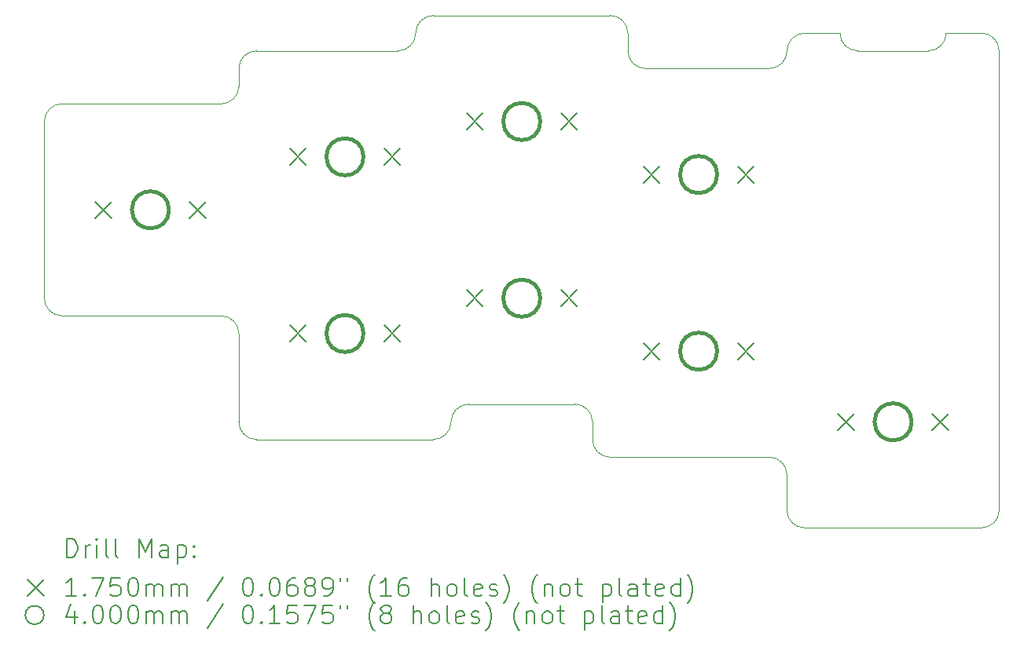
<source format=gbr>
%TF.GenerationSoftware,KiCad,Pcbnew,7.0.2*%
%TF.CreationDate,2023-09-16T14:45:10-04:00*%
%TF.ProjectId,j-artsey-v1,6a2d6172-7473-4657-992d-76312e6b6963,rev?*%
%TF.SameCoordinates,Original*%
%TF.FileFunction,Drillmap*%
%TF.FilePolarity,Positive*%
%FSLAX45Y45*%
G04 Gerber Fmt 4.5, Leading zero omitted, Abs format (unit mm)*
G04 Created by KiCad (PCBNEW 7.0.2) date 2023-09-16 14:45:10*
%MOMM*%
%LPD*%
G01*
G04 APERTURE LIST*
%ADD10C,0.100000*%
%ADD11C,0.200000*%
%ADD12C,0.175000*%
%ADD13C,0.400000*%
G04 APERTURE END LIST*
D10*
X13144500Y-8191500D02*
X13144500Y-8953500D01*
X16954500Y-9334500D02*
X16954500Y-9144000D01*
X13335000Y-5143500D02*
X13525500Y-5143500D01*
X15240000Y-9334500D02*
G75*
G03*
X15430500Y-9144000I0J190500D01*
G01*
X11430000Y-8001000D02*
X12954000Y-8001000D01*
X17335500Y-4953000D02*
X17335500Y-5143500D01*
X16954500Y-4762500D02*
X17145000Y-4762500D01*
X11239500Y-5715000D02*
G75*
G03*
X11049000Y-5905500I0J-190500D01*
G01*
X21145500Y-10287000D02*
G75*
G03*
X21336000Y-10096500I0J190500D01*
G01*
X12954000Y-5715000D02*
X11430000Y-5715000D01*
X20574000Y-5143500D02*
G75*
G03*
X20764500Y-4953000I0J190500D01*
G01*
X16954500Y-9334500D02*
G75*
G03*
X17145000Y-9525000I190500J0D01*
G01*
X11430000Y-8001000D02*
X11239500Y-8001000D01*
X21336000Y-5143500D02*
G75*
G03*
X21145500Y-4953000I-190500J0D01*
G01*
X11049000Y-7810500D02*
G75*
G03*
X11239500Y-8001000I190500J0D01*
G01*
X18859500Y-5334000D02*
G75*
G03*
X19050000Y-5143500I0J190500D01*
G01*
X19240500Y-10287000D02*
X21145500Y-10287000D01*
X15240000Y-4762500D02*
X15430500Y-4762500D01*
X19050000Y-10096500D02*
X19050000Y-9906000D01*
X11239500Y-5715000D02*
X11430000Y-5715000D01*
X13525500Y-9334500D02*
X13335000Y-9334500D01*
X19621500Y-4953000D02*
G75*
G03*
X19812000Y-5143500I190500J0D01*
G01*
X19050000Y-10096500D02*
G75*
G03*
X19240500Y-10287000I190500J0D01*
G01*
X17526000Y-5334000D02*
X18859500Y-5334000D01*
X13335000Y-5143500D02*
G75*
G03*
X13144500Y-5334000I0J-190500D01*
G01*
X17335500Y-4953000D02*
G75*
G03*
X17145000Y-4762500I-190500J0D01*
G01*
X15240000Y-9334500D02*
X15049500Y-9334500D01*
X17335500Y-9525000D02*
X17145000Y-9525000D01*
X21336000Y-9906000D02*
X21336000Y-10096500D01*
X11049000Y-6096000D02*
X11049000Y-5905500D01*
X11049000Y-6096000D02*
X11049000Y-7620000D01*
X17335500Y-5143500D02*
G75*
G03*
X17526000Y-5334000I190500J0D01*
G01*
X15621000Y-8953500D02*
G75*
G03*
X15430500Y-9144000I0J-190500D01*
G01*
X16954500Y-9144000D02*
G75*
G03*
X16764000Y-8953500I-190500J0D01*
G01*
X12954000Y-5715000D02*
G75*
G03*
X13144500Y-5524500I0J190500D01*
G01*
X17335500Y-9525000D02*
X18859500Y-9525000D01*
X13144500Y-5524500D02*
X13144500Y-5334000D01*
X11049000Y-7810500D02*
X11049000Y-7620000D01*
X19240500Y-4953000D02*
G75*
G03*
X19050000Y-5143500I0J-190500D01*
G01*
X14859000Y-5143500D02*
X13525500Y-5143500D01*
X21145500Y-4953000D02*
X20764500Y-4953000D01*
X19050000Y-9715500D02*
X19050000Y-9906000D01*
X15240000Y-4762500D02*
G75*
G03*
X15049500Y-4953000I0J-190500D01*
G01*
X13144500Y-9144000D02*
X13144500Y-8953500D01*
X13144500Y-9144000D02*
G75*
G03*
X13335000Y-9334500I190500J0D01*
G01*
X20574000Y-5143500D02*
X19812000Y-5143500D01*
X19050000Y-9715500D02*
G75*
G03*
X18859500Y-9525000I-190500J0D01*
G01*
X21336000Y-5143500D02*
X21336000Y-9906000D01*
X13144500Y-8191500D02*
G75*
G03*
X12954000Y-8001000I-190500J0D01*
G01*
X13525500Y-9334500D02*
X15049500Y-9334500D01*
X19240500Y-4953000D02*
X19621500Y-4953000D01*
X15621000Y-8953500D02*
X16764000Y-8953500D01*
X16954500Y-4762500D02*
X15430500Y-4762500D01*
X14859000Y-5143500D02*
G75*
G03*
X15049500Y-4953000I0J190500D01*
G01*
D11*
D12*
X11596500Y-6770500D02*
X11771500Y-6945500D01*
X11771500Y-6770500D02*
X11596500Y-6945500D01*
X12612500Y-6770500D02*
X12787500Y-6945500D01*
X12787500Y-6770500D02*
X12612500Y-6945500D01*
X13692000Y-6199000D02*
X13867000Y-6374000D01*
X13867000Y-6199000D02*
X13692000Y-6374000D01*
X13692000Y-8104000D02*
X13867000Y-8279000D01*
X13867000Y-8104000D02*
X13692000Y-8279000D01*
X14708000Y-6199000D02*
X14883000Y-6374000D01*
X14883000Y-6199000D02*
X14708000Y-6374000D01*
X14708000Y-8104000D02*
X14883000Y-8279000D01*
X14883000Y-8104000D02*
X14708000Y-8279000D01*
X15597000Y-5818000D02*
X15772000Y-5993000D01*
X15772000Y-5818000D02*
X15597000Y-5993000D01*
X15597000Y-7723000D02*
X15772000Y-7898000D01*
X15772000Y-7723000D02*
X15597000Y-7898000D01*
X16613000Y-5818000D02*
X16788000Y-5993000D01*
X16788000Y-5818000D02*
X16613000Y-5993000D01*
X16613000Y-7723000D02*
X16788000Y-7898000D01*
X16788000Y-7723000D02*
X16613000Y-7898000D01*
X17502000Y-6389500D02*
X17677000Y-6564500D01*
X17677000Y-6389500D02*
X17502000Y-6564500D01*
X17502000Y-8294500D02*
X17677000Y-8469500D01*
X17677000Y-8294500D02*
X17502000Y-8469500D01*
X18518000Y-6389500D02*
X18693000Y-6564500D01*
X18693000Y-6389500D02*
X18518000Y-6564500D01*
X18518000Y-8294500D02*
X18693000Y-8469500D01*
X18693000Y-8294500D02*
X18518000Y-8469500D01*
X19597500Y-9056500D02*
X19772500Y-9231500D01*
X19772500Y-9056500D02*
X19597500Y-9231500D01*
X20613500Y-9056500D02*
X20788500Y-9231500D01*
X20788500Y-9056500D02*
X20613500Y-9231500D01*
D13*
X12392000Y-6858000D02*
G75*
G03*
X12392000Y-6858000I-200000J0D01*
G01*
X14487500Y-6286500D02*
G75*
G03*
X14487500Y-6286500I-200000J0D01*
G01*
X14487500Y-8191500D02*
G75*
G03*
X14487500Y-8191500I-200000J0D01*
G01*
X16392500Y-5905500D02*
G75*
G03*
X16392500Y-5905500I-200000J0D01*
G01*
X16392500Y-7810500D02*
G75*
G03*
X16392500Y-7810500I-200000J0D01*
G01*
X18297500Y-6477000D02*
G75*
G03*
X18297500Y-6477000I-200000J0D01*
G01*
X18297500Y-8382000D02*
G75*
G03*
X18297500Y-8382000I-200000J0D01*
G01*
X20393000Y-9144000D02*
G75*
G03*
X20393000Y-9144000I-200000J0D01*
G01*
D11*
X11291619Y-10604524D02*
X11291619Y-10404524D01*
X11291619Y-10404524D02*
X11339238Y-10404524D01*
X11339238Y-10404524D02*
X11367809Y-10414048D01*
X11367809Y-10414048D02*
X11386857Y-10433095D01*
X11386857Y-10433095D02*
X11396381Y-10452143D01*
X11396381Y-10452143D02*
X11405905Y-10490238D01*
X11405905Y-10490238D02*
X11405905Y-10518810D01*
X11405905Y-10518810D02*
X11396381Y-10556905D01*
X11396381Y-10556905D02*
X11386857Y-10575952D01*
X11386857Y-10575952D02*
X11367809Y-10595000D01*
X11367809Y-10595000D02*
X11339238Y-10604524D01*
X11339238Y-10604524D02*
X11291619Y-10604524D01*
X11491619Y-10604524D02*
X11491619Y-10471190D01*
X11491619Y-10509286D02*
X11501143Y-10490238D01*
X11501143Y-10490238D02*
X11510667Y-10480714D01*
X11510667Y-10480714D02*
X11529714Y-10471190D01*
X11529714Y-10471190D02*
X11548762Y-10471190D01*
X11615428Y-10604524D02*
X11615428Y-10471190D01*
X11615428Y-10404524D02*
X11605905Y-10414048D01*
X11605905Y-10414048D02*
X11615428Y-10423571D01*
X11615428Y-10423571D02*
X11624952Y-10414048D01*
X11624952Y-10414048D02*
X11615428Y-10404524D01*
X11615428Y-10404524D02*
X11615428Y-10423571D01*
X11739238Y-10604524D02*
X11720190Y-10595000D01*
X11720190Y-10595000D02*
X11710667Y-10575952D01*
X11710667Y-10575952D02*
X11710667Y-10404524D01*
X11844000Y-10604524D02*
X11824952Y-10595000D01*
X11824952Y-10595000D02*
X11815428Y-10575952D01*
X11815428Y-10575952D02*
X11815428Y-10404524D01*
X12072571Y-10604524D02*
X12072571Y-10404524D01*
X12072571Y-10404524D02*
X12139238Y-10547381D01*
X12139238Y-10547381D02*
X12205905Y-10404524D01*
X12205905Y-10404524D02*
X12205905Y-10604524D01*
X12386857Y-10604524D02*
X12386857Y-10499762D01*
X12386857Y-10499762D02*
X12377333Y-10480714D01*
X12377333Y-10480714D02*
X12358286Y-10471190D01*
X12358286Y-10471190D02*
X12320190Y-10471190D01*
X12320190Y-10471190D02*
X12301143Y-10480714D01*
X12386857Y-10595000D02*
X12367809Y-10604524D01*
X12367809Y-10604524D02*
X12320190Y-10604524D01*
X12320190Y-10604524D02*
X12301143Y-10595000D01*
X12301143Y-10595000D02*
X12291619Y-10575952D01*
X12291619Y-10575952D02*
X12291619Y-10556905D01*
X12291619Y-10556905D02*
X12301143Y-10537857D01*
X12301143Y-10537857D02*
X12320190Y-10528333D01*
X12320190Y-10528333D02*
X12367809Y-10528333D01*
X12367809Y-10528333D02*
X12386857Y-10518810D01*
X12482095Y-10471190D02*
X12482095Y-10671190D01*
X12482095Y-10480714D02*
X12501143Y-10471190D01*
X12501143Y-10471190D02*
X12539238Y-10471190D01*
X12539238Y-10471190D02*
X12558286Y-10480714D01*
X12558286Y-10480714D02*
X12567809Y-10490238D01*
X12567809Y-10490238D02*
X12577333Y-10509286D01*
X12577333Y-10509286D02*
X12577333Y-10566429D01*
X12577333Y-10566429D02*
X12567809Y-10585476D01*
X12567809Y-10585476D02*
X12558286Y-10595000D01*
X12558286Y-10595000D02*
X12539238Y-10604524D01*
X12539238Y-10604524D02*
X12501143Y-10604524D01*
X12501143Y-10604524D02*
X12482095Y-10595000D01*
X12663048Y-10585476D02*
X12672571Y-10595000D01*
X12672571Y-10595000D02*
X12663048Y-10604524D01*
X12663048Y-10604524D02*
X12653524Y-10595000D01*
X12653524Y-10595000D02*
X12663048Y-10585476D01*
X12663048Y-10585476D02*
X12663048Y-10604524D01*
X12663048Y-10480714D02*
X12672571Y-10490238D01*
X12672571Y-10490238D02*
X12663048Y-10499762D01*
X12663048Y-10499762D02*
X12653524Y-10490238D01*
X12653524Y-10490238D02*
X12663048Y-10480714D01*
X12663048Y-10480714D02*
X12663048Y-10499762D01*
D12*
X10869000Y-10844500D02*
X11044000Y-11019500D01*
X11044000Y-10844500D02*
X10869000Y-11019500D01*
D11*
X11396381Y-11024524D02*
X11282095Y-11024524D01*
X11339238Y-11024524D02*
X11339238Y-10824524D01*
X11339238Y-10824524D02*
X11320190Y-10853095D01*
X11320190Y-10853095D02*
X11301143Y-10872143D01*
X11301143Y-10872143D02*
X11282095Y-10881667D01*
X11482095Y-11005476D02*
X11491619Y-11015000D01*
X11491619Y-11015000D02*
X11482095Y-11024524D01*
X11482095Y-11024524D02*
X11472571Y-11015000D01*
X11472571Y-11015000D02*
X11482095Y-11005476D01*
X11482095Y-11005476D02*
X11482095Y-11024524D01*
X11558286Y-10824524D02*
X11691619Y-10824524D01*
X11691619Y-10824524D02*
X11605905Y-11024524D01*
X11863048Y-10824524D02*
X11767809Y-10824524D01*
X11767809Y-10824524D02*
X11758286Y-10919762D01*
X11758286Y-10919762D02*
X11767809Y-10910238D01*
X11767809Y-10910238D02*
X11786857Y-10900714D01*
X11786857Y-10900714D02*
X11834476Y-10900714D01*
X11834476Y-10900714D02*
X11853524Y-10910238D01*
X11853524Y-10910238D02*
X11863048Y-10919762D01*
X11863048Y-10919762D02*
X11872571Y-10938810D01*
X11872571Y-10938810D02*
X11872571Y-10986429D01*
X11872571Y-10986429D02*
X11863048Y-11005476D01*
X11863048Y-11005476D02*
X11853524Y-11015000D01*
X11853524Y-11015000D02*
X11834476Y-11024524D01*
X11834476Y-11024524D02*
X11786857Y-11024524D01*
X11786857Y-11024524D02*
X11767809Y-11015000D01*
X11767809Y-11015000D02*
X11758286Y-11005476D01*
X11996381Y-10824524D02*
X12015429Y-10824524D01*
X12015429Y-10824524D02*
X12034476Y-10834048D01*
X12034476Y-10834048D02*
X12044000Y-10843571D01*
X12044000Y-10843571D02*
X12053524Y-10862619D01*
X12053524Y-10862619D02*
X12063048Y-10900714D01*
X12063048Y-10900714D02*
X12063048Y-10948333D01*
X12063048Y-10948333D02*
X12053524Y-10986429D01*
X12053524Y-10986429D02*
X12044000Y-11005476D01*
X12044000Y-11005476D02*
X12034476Y-11015000D01*
X12034476Y-11015000D02*
X12015429Y-11024524D01*
X12015429Y-11024524D02*
X11996381Y-11024524D01*
X11996381Y-11024524D02*
X11977333Y-11015000D01*
X11977333Y-11015000D02*
X11967809Y-11005476D01*
X11967809Y-11005476D02*
X11958286Y-10986429D01*
X11958286Y-10986429D02*
X11948762Y-10948333D01*
X11948762Y-10948333D02*
X11948762Y-10900714D01*
X11948762Y-10900714D02*
X11958286Y-10862619D01*
X11958286Y-10862619D02*
X11967809Y-10843571D01*
X11967809Y-10843571D02*
X11977333Y-10834048D01*
X11977333Y-10834048D02*
X11996381Y-10824524D01*
X12148762Y-11024524D02*
X12148762Y-10891190D01*
X12148762Y-10910238D02*
X12158286Y-10900714D01*
X12158286Y-10900714D02*
X12177333Y-10891190D01*
X12177333Y-10891190D02*
X12205905Y-10891190D01*
X12205905Y-10891190D02*
X12224952Y-10900714D01*
X12224952Y-10900714D02*
X12234476Y-10919762D01*
X12234476Y-10919762D02*
X12234476Y-11024524D01*
X12234476Y-10919762D02*
X12244000Y-10900714D01*
X12244000Y-10900714D02*
X12263048Y-10891190D01*
X12263048Y-10891190D02*
X12291619Y-10891190D01*
X12291619Y-10891190D02*
X12310667Y-10900714D01*
X12310667Y-10900714D02*
X12320190Y-10919762D01*
X12320190Y-10919762D02*
X12320190Y-11024524D01*
X12415429Y-11024524D02*
X12415429Y-10891190D01*
X12415429Y-10910238D02*
X12424952Y-10900714D01*
X12424952Y-10900714D02*
X12444000Y-10891190D01*
X12444000Y-10891190D02*
X12472571Y-10891190D01*
X12472571Y-10891190D02*
X12491619Y-10900714D01*
X12491619Y-10900714D02*
X12501143Y-10919762D01*
X12501143Y-10919762D02*
X12501143Y-11024524D01*
X12501143Y-10919762D02*
X12510667Y-10900714D01*
X12510667Y-10900714D02*
X12529714Y-10891190D01*
X12529714Y-10891190D02*
X12558286Y-10891190D01*
X12558286Y-10891190D02*
X12577333Y-10900714D01*
X12577333Y-10900714D02*
X12586857Y-10919762D01*
X12586857Y-10919762D02*
X12586857Y-11024524D01*
X12977333Y-10815000D02*
X12805905Y-11072143D01*
X13234476Y-10824524D02*
X13253524Y-10824524D01*
X13253524Y-10824524D02*
X13272572Y-10834048D01*
X13272572Y-10834048D02*
X13282095Y-10843571D01*
X13282095Y-10843571D02*
X13291619Y-10862619D01*
X13291619Y-10862619D02*
X13301143Y-10900714D01*
X13301143Y-10900714D02*
X13301143Y-10948333D01*
X13301143Y-10948333D02*
X13291619Y-10986429D01*
X13291619Y-10986429D02*
X13282095Y-11005476D01*
X13282095Y-11005476D02*
X13272572Y-11015000D01*
X13272572Y-11015000D02*
X13253524Y-11024524D01*
X13253524Y-11024524D02*
X13234476Y-11024524D01*
X13234476Y-11024524D02*
X13215429Y-11015000D01*
X13215429Y-11015000D02*
X13205905Y-11005476D01*
X13205905Y-11005476D02*
X13196381Y-10986429D01*
X13196381Y-10986429D02*
X13186857Y-10948333D01*
X13186857Y-10948333D02*
X13186857Y-10900714D01*
X13186857Y-10900714D02*
X13196381Y-10862619D01*
X13196381Y-10862619D02*
X13205905Y-10843571D01*
X13205905Y-10843571D02*
X13215429Y-10834048D01*
X13215429Y-10834048D02*
X13234476Y-10824524D01*
X13386857Y-11005476D02*
X13396381Y-11015000D01*
X13396381Y-11015000D02*
X13386857Y-11024524D01*
X13386857Y-11024524D02*
X13377333Y-11015000D01*
X13377333Y-11015000D02*
X13386857Y-11005476D01*
X13386857Y-11005476D02*
X13386857Y-11024524D01*
X13520191Y-10824524D02*
X13539238Y-10824524D01*
X13539238Y-10824524D02*
X13558286Y-10834048D01*
X13558286Y-10834048D02*
X13567810Y-10843571D01*
X13567810Y-10843571D02*
X13577333Y-10862619D01*
X13577333Y-10862619D02*
X13586857Y-10900714D01*
X13586857Y-10900714D02*
X13586857Y-10948333D01*
X13586857Y-10948333D02*
X13577333Y-10986429D01*
X13577333Y-10986429D02*
X13567810Y-11005476D01*
X13567810Y-11005476D02*
X13558286Y-11015000D01*
X13558286Y-11015000D02*
X13539238Y-11024524D01*
X13539238Y-11024524D02*
X13520191Y-11024524D01*
X13520191Y-11024524D02*
X13501143Y-11015000D01*
X13501143Y-11015000D02*
X13491619Y-11005476D01*
X13491619Y-11005476D02*
X13482095Y-10986429D01*
X13482095Y-10986429D02*
X13472572Y-10948333D01*
X13472572Y-10948333D02*
X13472572Y-10900714D01*
X13472572Y-10900714D02*
X13482095Y-10862619D01*
X13482095Y-10862619D02*
X13491619Y-10843571D01*
X13491619Y-10843571D02*
X13501143Y-10834048D01*
X13501143Y-10834048D02*
X13520191Y-10824524D01*
X13758286Y-10824524D02*
X13720191Y-10824524D01*
X13720191Y-10824524D02*
X13701143Y-10834048D01*
X13701143Y-10834048D02*
X13691619Y-10843571D01*
X13691619Y-10843571D02*
X13672572Y-10872143D01*
X13672572Y-10872143D02*
X13663048Y-10910238D01*
X13663048Y-10910238D02*
X13663048Y-10986429D01*
X13663048Y-10986429D02*
X13672572Y-11005476D01*
X13672572Y-11005476D02*
X13682095Y-11015000D01*
X13682095Y-11015000D02*
X13701143Y-11024524D01*
X13701143Y-11024524D02*
X13739238Y-11024524D01*
X13739238Y-11024524D02*
X13758286Y-11015000D01*
X13758286Y-11015000D02*
X13767810Y-11005476D01*
X13767810Y-11005476D02*
X13777333Y-10986429D01*
X13777333Y-10986429D02*
X13777333Y-10938810D01*
X13777333Y-10938810D02*
X13767810Y-10919762D01*
X13767810Y-10919762D02*
X13758286Y-10910238D01*
X13758286Y-10910238D02*
X13739238Y-10900714D01*
X13739238Y-10900714D02*
X13701143Y-10900714D01*
X13701143Y-10900714D02*
X13682095Y-10910238D01*
X13682095Y-10910238D02*
X13672572Y-10919762D01*
X13672572Y-10919762D02*
X13663048Y-10938810D01*
X13891619Y-10910238D02*
X13872572Y-10900714D01*
X13872572Y-10900714D02*
X13863048Y-10891190D01*
X13863048Y-10891190D02*
X13853524Y-10872143D01*
X13853524Y-10872143D02*
X13853524Y-10862619D01*
X13853524Y-10862619D02*
X13863048Y-10843571D01*
X13863048Y-10843571D02*
X13872572Y-10834048D01*
X13872572Y-10834048D02*
X13891619Y-10824524D01*
X13891619Y-10824524D02*
X13929714Y-10824524D01*
X13929714Y-10824524D02*
X13948762Y-10834048D01*
X13948762Y-10834048D02*
X13958286Y-10843571D01*
X13958286Y-10843571D02*
X13967810Y-10862619D01*
X13967810Y-10862619D02*
X13967810Y-10872143D01*
X13967810Y-10872143D02*
X13958286Y-10891190D01*
X13958286Y-10891190D02*
X13948762Y-10900714D01*
X13948762Y-10900714D02*
X13929714Y-10910238D01*
X13929714Y-10910238D02*
X13891619Y-10910238D01*
X13891619Y-10910238D02*
X13872572Y-10919762D01*
X13872572Y-10919762D02*
X13863048Y-10929286D01*
X13863048Y-10929286D02*
X13853524Y-10948333D01*
X13853524Y-10948333D02*
X13853524Y-10986429D01*
X13853524Y-10986429D02*
X13863048Y-11005476D01*
X13863048Y-11005476D02*
X13872572Y-11015000D01*
X13872572Y-11015000D02*
X13891619Y-11024524D01*
X13891619Y-11024524D02*
X13929714Y-11024524D01*
X13929714Y-11024524D02*
X13948762Y-11015000D01*
X13948762Y-11015000D02*
X13958286Y-11005476D01*
X13958286Y-11005476D02*
X13967810Y-10986429D01*
X13967810Y-10986429D02*
X13967810Y-10948333D01*
X13967810Y-10948333D02*
X13958286Y-10929286D01*
X13958286Y-10929286D02*
X13948762Y-10919762D01*
X13948762Y-10919762D02*
X13929714Y-10910238D01*
X14063048Y-11024524D02*
X14101143Y-11024524D01*
X14101143Y-11024524D02*
X14120191Y-11015000D01*
X14120191Y-11015000D02*
X14129714Y-11005476D01*
X14129714Y-11005476D02*
X14148762Y-10976905D01*
X14148762Y-10976905D02*
X14158286Y-10938810D01*
X14158286Y-10938810D02*
X14158286Y-10862619D01*
X14158286Y-10862619D02*
X14148762Y-10843571D01*
X14148762Y-10843571D02*
X14139238Y-10834048D01*
X14139238Y-10834048D02*
X14120191Y-10824524D01*
X14120191Y-10824524D02*
X14082095Y-10824524D01*
X14082095Y-10824524D02*
X14063048Y-10834048D01*
X14063048Y-10834048D02*
X14053524Y-10843571D01*
X14053524Y-10843571D02*
X14044000Y-10862619D01*
X14044000Y-10862619D02*
X14044000Y-10910238D01*
X14044000Y-10910238D02*
X14053524Y-10929286D01*
X14053524Y-10929286D02*
X14063048Y-10938810D01*
X14063048Y-10938810D02*
X14082095Y-10948333D01*
X14082095Y-10948333D02*
X14120191Y-10948333D01*
X14120191Y-10948333D02*
X14139238Y-10938810D01*
X14139238Y-10938810D02*
X14148762Y-10929286D01*
X14148762Y-10929286D02*
X14158286Y-10910238D01*
X14234476Y-10824524D02*
X14234476Y-10862619D01*
X14310667Y-10824524D02*
X14310667Y-10862619D01*
X14605905Y-11100714D02*
X14596381Y-11091190D01*
X14596381Y-11091190D02*
X14577334Y-11062619D01*
X14577334Y-11062619D02*
X14567810Y-11043571D01*
X14567810Y-11043571D02*
X14558286Y-11015000D01*
X14558286Y-11015000D02*
X14548762Y-10967381D01*
X14548762Y-10967381D02*
X14548762Y-10929286D01*
X14548762Y-10929286D02*
X14558286Y-10881667D01*
X14558286Y-10881667D02*
X14567810Y-10853095D01*
X14567810Y-10853095D02*
X14577334Y-10834048D01*
X14577334Y-10834048D02*
X14596381Y-10805476D01*
X14596381Y-10805476D02*
X14605905Y-10795952D01*
X14786857Y-11024524D02*
X14672572Y-11024524D01*
X14729714Y-11024524D02*
X14729714Y-10824524D01*
X14729714Y-10824524D02*
X14710667Y-10853095D01*
X14710667Y-10853095D02*
X14691619Y-10872143D01*
X14691619Y-10872143D02*
X14672572Y-10881667D01*
X14958286Y-10824524D02*
X14920191Y-10824524D01*
X14920191Y-10824524D02*
X14901143Y-10834048D01*
X14901143Y-10834048D02*
X14891619Y-10843571D01*
X14891619Y-10843571D02*
X14872572Y-10872143D01*
X14872572Y-10872143D02*
X14863048Y-10910238D01*
X14863048Y-10910238D02*
X14863048Y-10986429D01*
X14863048Y-10986429D02*
X14872572Y-11005476D01*
X14872572Y-11005476D02*
X14882095Y-11015000D01*
X14882095Y-11015000D02*
X14901143Y-11024524D01*
X14901143Y-11024524D02*
X14939238Y-11024524D01*
X14939238Y-11024524D02*
X14958286Y-11015000D01*
X14958286Y-11015000D02*
X14967810Y-11005476D01*
X14967810Y-11005476D02*
X14977334Y-10986429D01*
X14977334Y-10986429D02*
X14977334Y-10938810D01*
X14977334Y-10938810D02*
X14967810Y-10919762D01*
X14967810Y-10919762D02*
X14958286Y-10910238D01*
X14958286Y-10910238D02*
X14939238Y-10900714D01*
X14939238Y-10900714D02*
X14901143Y-10900714D01*
X14901143Y-10900714D02*
X14882095Y-10910238D01*
X14882095Y-10910238D02*
X14872572Y-10919762D01*
X14872572Y-10919762D02*
X14863048Y-10938810D01*
X15215429Y-11024524D02*
X15215429Y-10824524D01*
X15301143Y-11024524D02*
X15301143Y-10919762D01*
X15301143Y-10919762D02*
X15291619Y-10900714D01*
X15291619Y-10900714D02*
X15272572Y-10891190D01*
X15272572Y-10891190D02*
X15244000Y-10891190D01*
X15244000Y-10891190D02*
X15224953Y-10900714D01*
X15224953Y-10900714D02*
X15215429Y-10910238D01*
X15424953Y-11024524D02*
X15405905Y-11015000D01*
X15405905Y-11015000D02*
X15396381Y-11005476D01*
X15396381Y-11005476D02*
X15386857Y-10986429D01*
X15386857Y-10986429D02*
X15386857Y-10929286D01*
X15386857Y-10929286D02*
X15396381Y-10910238D01*
X15396381Y-10910238D02*
X15405905Y-10900714D01*
X15405905Y-10900714D02*
X15424953Y-10891190D01*
X15424953Y-10891190D02*
X15453524Y-10891190D01*
X15453524Y-10891190D02*
X15472572Y-10900714D01*
X15472572Y-10900714D02*
X15482096Y-10910238D01*
X15482096Y-10910238D02*
X15491619Y-10929286D01*
X15491619Y-10929286D02*
X15491619Y-10986429D01*
X15491619Y-10986429D02*
X15482096Y-11005476D01*
X15482096Y-11005476D02*
X15472572Y-11015000D01*
X15472572Y-11015000D02*
X15453524Y-11024524D01*
X15453524Y-11024524D02*
X15424953Y-11024524D01*
X15605905Y-11024524D02*
X15586857Y-11015000D01*
X15586857Y-11015000D02*
X15577334Y-10995952D01*
X15577334Y-10995952D02*
X15577334Y-10824524D01*
X15758286Y-11015000D02*
X15739238Y-11024524D01*
X15739238Y-11024524D02*
X15701143Y-11024524D01*
X15701143Y-11024524D02*
X15682096Y-11015000D01*
X15682096Y-11015000D02*
X15672572Y-10995952D01*
X15672572Y-10995952D02*
X15672572Y-10919762D01*
X15672572Y-10919762D02*
X15682096Y-10900714D01*
X15682096Y-10900714D02*
X15701143Y-10891190D01*
X15701143Y-10891190D02*
X15739238Y-10891190D01*
X15739238Y-10891190D02*
X15758286Y-10900714D01*
X15758286Y-10900714D02*
X15767810Y-10919762D01*
X15767810Y-10919762D02*
X15767810Y-10938810D01*
X15767810Y-10938810D02*
X15672572Y-10957857D01*
X15844000Y-11015000D02*
X15863048Y-11024524D01*
X15863048Y-11024524D02*
X15901143Y-11024524D01*
X15901143Y-11024524D02*
X15920191Y-11015000D01*
X15920191Y-11015000D02*
X15929715Y-10995952D01*
X15929715Y-10995952D02*
X15929715Y-10986429D01*
X15929715Y-10986429D02*
X15920191Y-10967381D01*
X15920191Y-10967381D02*
X15901143Y-10957857D01*
X15901143Y-10957857D02*
X15872572Y-10957857D01*
X15872572Y-10957857D02*
X15853524Y-10948333D01*
X15853524Y-10948333D02*
X15844000Y-10929286D01*
X15844000Y-10929286D02*
X15844000Y-10919762D01*
X15844000Y-10919762D02*
X15853524Y-10900714D01*
X15853524Y-10900714D02*
X15872572Y-10891190D01*
X15872572Y-10891190D02*
X15901143Y-10891190D01*
X15901143Y-10891190D02*
X15920191Y-10900714D01*
X15996381Y-11100714D02*
X16005905Y-11091190D01*
X16005905Y-11091190D02*
X16024953Y-11062619D01*
X16024953Y-11062619D02*
X16034477Y-11043571D01*
X16034477Y-11043571D02*
X16044000Y-11015000D01*
X16044000Y-11015000D02*
X16053524Y-10967381D01*
X16053524Y-10967381D02*
X16053524Y-10929286D01*
X16053524Y-10929286D02*
X16044000Y-10881667D01*
X16044000Y-10881667D02*
X16034477Y-10853095D01*
X16034477Y-10853095D02*
X16024953Y-10834048D01*
X16024953Y-10834048D02*
X16005905Y-10805476D01*
X16005905Y-10805476D02*
X15996381Y-10795952D01*
X16358286Y-11100714D02*
X16348762Y-11091190D01*
X16348762Y-11091190D02*
X16329715Y-11062619D01*
X16329715Y-11062619D02*
X16320191Y-11043571D01*
X16320191Y-11043571D02*
X16310667Y-11015000D01*
X16310667Y-11015000D02*
X16301143Y-10967381D01*
X16301143Y-10967381D02*
X16301143Y-10929286D01*
X16301143Y-10929286D02*
X16310667Y-10881667D01*
X16310667Y-10881667D02*
X16320191Y-10853095D01*
X16320191Y-10853095D02*
X16329715Y-10834048D01*
X16329715Y-10834048D02*
X16348762Y-10805476D01*
X16348762Y-10805476D02*
X16358286Y-10795952D01*
X16434477Y-10891190D02*
X16434477Y-11024524D01*
X16434477Y-10910238D02*
X16444000Y-10900714D01*
X16444000Y-10900714D02*
X16463048Y-10891190D01*
X16463048Y-10891190D02*
X16491619Y-10891190D01*
X16491619Y-10891190D02*
X16510667Y-10900714D01*
X16510667Y-10900714D02*
X16520191Y-10919762D01*
X16520191Y-10919762D02*
X16520191Y-11024524D01*
X16644000Y-11024524D02*
X16624953Y-11015000D01*
X16624953Y-11015000D02*
X16615429Y-11005476D01*
X16615429Y-11005476D02*
X16605905Y-10986429D01*
X16605905Y-10986429D02*
X16605905Y-10929286D01*
X16605905Y-10929286D02*
X16615429Y-10910238D01*
X16615429Y-10910238D02*
X16624953Y-10900714D01*
X16624953Y-10900714D02*
X16644000Y-10891190D01*
X16644000Y-10891190D02*
X16672572Y-10891190D01*
X16672572Y-10891190D02*
X16691619Y-10900714D01*
X16691619Y-10900714D02*
X16701143Y-10910238D01*
X16701143Y-10910238D02*
X16710667Y-10929286D01*
X16710667Y-10929286D02*
X16710667Y-10986429D01*
X16710667Y-10986429D02*
X16701143Y-11005476D01*
X16701143Y-11005476D02*
X16691619Y-11015000D01*
X16691619Y-11015000D02*
X16672572Y-11024524D01*
X16672572Y-11024524D02*
X16644000Y-11024524D01*
X16767810Y-10891190D02*
X16844000Y-10891190D01*
X16796381Y-10824524D02*
X16796381Y-10995952D01*
X16796381Y-10995952D02*
X16805905Y-11015000D01*
X16805905Y-11015000D02*
X16824953Y-11024524D01*
X16824953Y-11024524D02*
X16844000Y-11024524D01*
X17063048Y-10891190D02*
X17063048Y-11091190D01*
X17063048Y-10900714D02*
X17082096Y-10891190D01*
X17082096Y-10891190D02*
X17120191Y-10891190D01*
X17120191Y-10891190D02*
X17139239Y-10900714D01*
X17139239Y-10900714D02*
X17148762Y-10910238D01*
X17148762Y-10910238D02*
X17158286Y-10929286D01*
X17158286Y-10929286D02*
X17158286Y-10986429D01*
X17158286Y-10986429D02*
X17148762Y-11005476D01*
X17148762Y-11005476D02*
X17139239Y-11015000D01*
X17139239Y-11015000D02*
X17120191Y-11024524D01*
X17120191Y-11024524D02*
X17082096Y-11024524D01*
X17082096Y-11024524D02*
X17063048Y-11015000D01*
X17272572Y-11024524D02*
X17253524Y-11015000D01*
X17253524Y-11015000D02*
X17244001Y-10995952D01*
X17244001Y-10995952D02*
X17244001Y-10824524D01*
X17434477Y-11024524D02*
X17434477Y-10919762D01*
X17434477Y-10919762D02*
X17424953Y-10900714D01*
X17424953Y-10900714D02*
X17405905Y-10891190D01*
X17405905Y-10891190D02*
X17367810Y-10891190D01*
X17367810Y-10891190D02*
X17348762Y-10900714D01*
X17434477Y-11015000D02*
X17415429Y-11024524D01*
X17415429Y-11024524D02*
X17367810Y-11024524D01*
X17367810Y-11024524D02*
X17348762Y-11015000D01*
X17348762Y-11015000D02*
X17339239Y-10995952D01*
X17339239Y-10995952D02*
X17339239Y-10976905D01*
X17339239Y-10976905D02*
X17348762Y-10957857D01*
X17348762Y-10957857D02*
X17367810Y-10948333D01*
X17367810Y-10948333D02*
X17415429Y-10948333D01*
X17415429Y-10948333D02*
X17434477Y-10938810D01*
X17501143Y-10891190D02*
X17577334Y-10891190D01*
X17529715Y-10824524D02*
X17529715Y-10995952D01*
X17529715Y-10995952D02*
X17539239Y-11015000D01*
X17539239Y-11015000D02*
X17558286Y-11024524D01*
X17558286Y-11024524D02*
X17577334Y-11024524D01*
X17720191Y-11015000D02*
X17701143Y-11024524D01*
X17701143Y-11024524D02*
X17663048Y-11024524D01*
X17663048Y-11024524D02*
X17644001Y-11015000D01*
X17644001Y-11015000D02*
X17634477Y-10995952D01*
X17634477Y-10995952D02*
X17634477Y-10919762D01*
X17634477Y-10919762D02*
X17644001Y-10900714D01*
X17644001Y-10900714D02*
X17663048Y-10891190D01*
X17663048Y-10891190D02*
X17701143Y-10891190D01*
X17701143Y-10891190D02*
X17720191Y-10900714D01*
X17720191Y-10900714D02*
X17729715Y-10919762D01*
X17729715Y-10919762D02*
X17729715Y-10938810D01*
X17729715Y-10938810D02*
X17634477Y-10957857D01*
X17901143Y-11024524D02*
X17901143Y-10824524D01*
X17901143Y-11015000D02*
X17882096Y-11024524D01*
X17882096Y-11024524D02*
X17844001Y-11024524D01*
X17844001Y-11024524D02*
X17824953Y-11015000D01*
X17824953Y-11015000D02*
X17815429Y-11005476D01*
X17815429Y-11005476D02*
X17805905Y-10986429D01*
X17805905Y-10986429D02*
X17805905Y-10929286D01*
X17805905Y-10929286D02*
X17815429Y-10910238D01*
X17815429Y-10910238D02*
X17824953Y-10900714D01*
X17824953Y-10900714D02*
X17844001Y-10891190D01*
X17844001Y-10891190D02*
X17882096Y-10891190D01*
X17882096Y-10891190D02*
X17901143Y-10900714D01*
X17977334Y-11100714D02*
X17986858Y-11091190D01*
X17986858Y-11091190D02*
X18005905Y-11062619D01*
X18005905Y-11062619D02*
X18015429Y-11043571D01*
X18015429Y-11043571D02*
X18024953Y-11015000D01*
X18024953Y-11015000D02*
X18034477Y-10967381D01*
X18034477Y-10967381D02*
X18034477Y-10929286D01*
X18034477Y-10929286D02*
X18024953Y-10881667D01*
X18024953Y-10881667D02*
X18015429Y-10853095D01*
X18015429Y-10853095D02*
X18005905Y-10834048D01*
X18005905Y-10834048D02*
X17986858Y-10805476D01*
X17986858Y-10805476D02*
X17977334Y-10795952D01*
X11044000Y-11227000D02*
G75*
G03*
X11044000Y-11227000I-100000J0D01*
G01*
X11377333Y-11186190D02*
X11377333Y-11319524D01*
X11329714Y-11110000D02*
X11282095Y-11252857D01*
X11282095Y-11252857D02*
X11405905Y-11252857D01*
X11482095Y-11300476D02*
X11491619Y-11310000D01*
X11491619Y-11310000D02*
X11482095Y-11319524D01*
X11482095Y-11319524D02*
X11472571Y-11310000D01*
X11472571Y-11310000D02*
X11482095Y-11300476D01*
X11482095Y-11300476D02*
X11482095Y-11319524D01*
X11615428Y-11119524D02*
X11634476Y-11119524D01*
X11634476Y-11119524D02*
X11653524Y-11129048D01*
X11653524Y-11129048D02*
X11663048Y-11138571D01*
X11663048Y-11138571D02*
X11672571Y-11157619D01*
X11672571Y-11157619D02*
X11682095Y-11195714D01*
X11682095Y-11195714D02*
X11682095Y-11243333D01*
X11682095Y-11243333D02*
X11672571Y-11281428D01*
X11672571Y-11281428D02*
X11663048Y-11300476D01*
X11663048Y-11300476D02*
X11653524Y-11310000D01*
X11653524Y-11310000D02*
X11634476Y-11319524D01*
X11634476Y-11319524D02*
X11615428Y-11319524D01*
X11615428Y-11319524D02*
X11596381Y-11310000D01*
X11596381Y-11310000D02*
X11586857Y-11300476D01*
X11586857Y-11300476D02*
X11577333Y-11281428D01*
X11577333Y-11281428D02*
X11567809Y-11243333D01*
X11567809Y-11243333D02*
X11567809Y-11195714D01*
X11567809Y-11195714D02*
X11577333Y-11157619D01*
X11577333Y-11157619D02*
X11586857Y-11138571D01*
X11586857Y-11138571D02*
X11596381Y-11129048D01*
X11596381Y-11129048D02*
X11615428Y-11119524D01*
X11805905Y-11119524D02*
X11824952Y-11119524D01*
X11824952Y-11119524D02*
X11844000Y-11129048D01*
X11844000Y-11129048D02*
X11853524Y-11138571D01*
X11853524Y-11138571D02*
X11863048Y-11157619D01*
X11863048Y-11157619D02*
X11872571Y-11195714D01*
X11872571Y-11195714D02*
X11872571Y-11243333D01*
X11872571Y-11243333D02*
X11863048Y-11281428D01*
X11863048Y-11281428D02*
X11853524Y-11300476D01*
X11853524Y-11300476D02*
X11844000Y-11310000D01*
X11844000Y-11310000D02*
X11824952Y-11319524D01*
X11824952Y-11319524D02*
X11805905Y-11319524D01*
X11805905Y-11319524D02*
X11786857Y-11310000D01*
X11786857Y-11310000D02*
X11777333Y-11300476D01*
X11777333Y-11300476D02*
X11767809Y-11281428D01*
X11767809Y-11281428D02*
X11758286Y-11243333D01*
X11758286Y-11243333D02*
X11758286Y-11195714D01*
X11758286Y-11195714D02*
X11767809Y-11157619D01*
X11767809Y-11157619D02*
X11777333Y-11138571D01*
X11777333Y-11138571D02*
X11786857Y-11129048D01*
X11786857Y-11129048D02*
X11805905Y-11119524D01*
X11996381Y-11119524D02*
X12015429Y-11119524D01*
X12015429Y-11119524D02*
X12034476Y-11129048D01*
X12034476Y-11129048D02*
X12044000Y-11138571D01*
X12044000Y-11138571D02*
X12053524Y-11157619D01*
X12053524Y-11157619D02*
X12063048Y-11195714D01*
X12063048Y-11195714D02*
X12063048Y-11243333D01*
X12063048Y-11243333D02*
X12053524Y-11281428D01*
X12053524Y-11281428D02*
X12044000Y-11300476D01*
X12044000Y-11300476D02*
X12034476Y-11310000D01*
X12034476Y-11310000D02*
X12015429Y-11319524D01*
X12015429Y-11319524D02*
X11996381Y-11319524D01*
X11996381Y-11319524D02*
X11977333Y-11310000D01*
X11977333Y-11310000D02*
X11967809Y-11300476D01*
X11967809Y-11300476D02*
X11958286Y-11281428D01*
X11958286Y-11281428D02*
X11948762Y-11243333D01*
X11948762Y-11243333D02*
X11948762Y-11195714D01*
X11948762Y-11195714D02*
X11958286Y-11157619D01*
X11958286Y-11157619D02*
X11967809Y-11138571D01*
X11967809Y-11138571D02*
X11977333Y-11129048D01*
X11977333Y-11129048D02*
X11996381Y-11119524D01*
X12148762Y-11319524D02*
X12148762Y-11186190D01*
X12148762Y-11205238D02*
X12158286Y-11195714D01*
X12158286Y-11195714D02*
X12177333Y-11186190D01*
X12177333Y-11186190D02*
X12205905Y-11186190D01*
X12205905Y-11186190D02*
X12224952Y-11195714D01*
X12224952Y-11195714D02*
X12234476Y-11214762D01*
X12234476Y-11214762D02*
X12234476Y-11319524D01*
X12234476Y-11214762D02*
X12244000Y-11195714D01*
X12244000Y-11195714D02*
X12263048Y-11186190D01*
X12263048Y-11186190D02*
X12291619Y-11186190D01*
X12291619Y-11186190D02*
X12310667Y-11195714D01*
X12310667Y-11195714D02*
X12320190Y-11214762D01*
X12320190Y-11214762D02*
X12320190Y-11319524D01*
X12415429Y-11319524D02*
X12415429Y-11186190D01*
X12415429Y-11205238D02*
X12424952Y-11195714D01*
X12424952Y-11195714D02*
X12444000Y-11186190D01*
X12444000Y-11186190D02*
X12472571Y-11186190D01*
X12472571Y-11186190D02*
X12491619Y-11195714D01*
X12491619Y-11195714D02*
X12501143Y-11214762D01*
X12501143Y-11214762D02*
X12501143Y-11319524D01*
X12501143Y-11214762D02*
X12510667Y-11195714D01*
X12510667Y-11195714D02*
X12529714Y-11186190D01*
X12529714Y-11186190D02*
X12558286Y-11186190D01*
X12558286Y-11186190D02*
X12577333Y-11195714D01*
X12577333Y-11195714D02*
X12586857Y-11214762D01*
X12586857Y-11214762D02*
X12586857Y-11319524D01*
X12977333Y-11110000D02*
X12805905Y-11367143D01*
X13234476Y-11119524D02*
X13253524Y-11119524D01*
X13253524Y-11119524D02*
X13272572Y-11129048D01*
X13272572Y-11129048D02*
X13282095Y-11138571D01*
X13282095Y-11138571D02*
X13291619Y-11157619D01*
X13291619Y-11157619D02*
X13301143Y-11195714D01*
X13301143Y-11195714D02*
X13301143Y-11243333D01*
X13301143Y-11243333D02*
X13291619Y-11281428D01*
X13291619Y-11281428D02*
X13282095Y-11300476D01*
X13282095Y-11300476D02*
X13272572Y-11310000D01*
X13272572Y-11310000D02*
X13253524Y-11319524D01*
X13253524Y-11319524D02*
X13234476Y-11319524D01*
X13234476Y-11319524D02*
X13215429Y-11310000D01*
X13215429Y-11310000D02*
X13205905Y-11300476D01*
X13205905Y-11300476D02*
X13196381Y-11281428D01*
X13196381Y-11281428D02*
X13186857Y-11243333D01*
X13186857Y-11243333D02*
X13186857Y-11195714D01*
X13186857Y-11195714D02*
X13196381Y-11157619D01*
X13196381Y-11157619D02*
X13205905Y-11138571D01*
X13205905Y-11138571D02*
X13215429Y-11129048D01*
X13215429Y-11129048D02*
X13234476Y-11119524D01*
X13386857Y-11300476D02*
X13396381Y-11310000D01*
X13396381Y-11310000D02*
X13386857Y-11319524D01*
X13386857Y-11319524D02*
X13377333Y-11310000D01*
X13377333Y-11310000D02*
X13386857Y-11300476D01*
X13386857Y-11300476D02*
X13386857Y-11319524D01*
X13586857Y-11319524D02*
X13472572Y-11319524D01*
X13529714Y-11319524D02*
X13529714Y-11119524D01*
X13529714Y-11119524D02*
X13510667Y-11148095D01*
X13510667Y-11148095D02*
X13491619Y-11167143D01*
X13491619Y-11167143D02*
X13472572Y-11176667D01*
X13767810Y-11119524D02*
X13672572Y-11119524D01*
X13672572Y-11119524D02*
X13663048Y-11214762D01*
X13663048Y-11214762D02*
X13672572Y-11205238D01*
X13672572Y-11205238D02*
X13691619Y-11195714D01*
X13691619Y-11195714D02*
X13739238Y-11195714D01*
X13739238Y-11195714D02*
X13758286Y-11205238D01*
X13758286Y-11205238D02*
X13767810Y-11214762D01*
X13767810Y-11214762D02*
X13777333Y-11233809D01*
X13777333Y-11233809D02*
X13777333Y-11281428D01*
X13777333Y-11281428D02*
X13767810Y-11300476D01*
X13767810Y-11300476D02*
X13758286Y-11310000D01*
X13758286Y-11310000D02*
X13739238Y-11319524D01*
X13739238Y-11319524D02*
X13691619Y-11319524D01*
X13691619Y-11319524D02*
X13672572Y-11310000D01*
X13672572Y-11310000D02*
X13663048Y-11300476D01*
X13844000Y-11119524D02*
X13977333Y-11119524D01*
X13977333Y-11119524D02*
X13891619Y-11319524D01*
X14148762Y-11119524D02*
X14053524Y-11119524D01*
X14053524Y-11119524D02*
X14044000Y-11214762D01*
X14044000Y-11214762D02*
X14053524Y-11205238D01*
X14053524Y-11205238D02*
X14072572Y-11195714D01*
X14072572Y-11195714D02*
X14120191Y-11195714D01*
X14120191Y-11195714D02*
X14139238Y-11205238D01*
X14139238Y-11205238D02*
X14148762Y-11214762D01*
X14148762Y-11214762D02*
X14158286Y-11233809D01*
X14158286Y-11233809D02*
X14158286Y-11281428D01*
X14158286Y-11281428D02*
X14148762Y-11300476D01*
X14148762Y-11300476D02*
X14139238Y-11310000D01*
X14139238Y-11310000D02*
X14120191Y-11319524D01*
X14120191Y-11319524D02*
X14072572Y-11319524D01*
X14072572Y-11319524D02*
X14053524Y-11310000D01*
X14053524Y-11310000D02*
X14044000Y-11300476D01*
X14234476Y-11119524D02*
X14234476Y-11157619D01*
X14310667Y-11119524D02*
X14310667Y-11157619D01*
X14605905Y-11395714D02*
X14596381Y-11386190D01*
X14596381Y-11386190D02*
X14577334Y-11357619D01*
X14577334Y-11357619D02*
X14567810Y-11338571D01*
X14567810Y-11338571D02*
X14558286Y-11310000D01*
X14558286Y-11310000D02*
X14548762Y-11262381D01*
X14548762Y-11262381D02*
X14548762Y-11224286D01*
X14548762Y-11224286D02*
X14558286Y-11176667D01*
X14558286Y-11176667D02*
X14567810Y-11148095D01*
X14567810Y-11148095D02*
X14577334Y-11129048D01*
X14577334Y-11129048D02*
X14596381Y-11100476D01*
X14596381Y-11100476D02*
X14605905Y-11090952D01*
X14710667Y-11205238D02*
X14691619Y-11195714D01*
X14691619Y-11195714D02*
X14682095Y-11186190D01*
X14682095Y-11186190D02*
X14672572Y-11167143D01*
X14672572Y-11167143D02*
X14672572Y-11157619D01*
X14672572Y-11157619D02*
X14682095Y-11138571D01*
X14682095Y-11138571D02*
X14691619Y-11129048D01*
X14691619Y-11129048D02*
X14710667Y-11119524D01*
X14710667Y-11119524D02*
X14748762Y-11119524D01*
X14748762Y-11119524D02*
X14767810Y-11129048D01*
X14767810Y-11129048D02*
X14777334Y-11138571D01*
X14777334Y-11138571D02*
X14786857Y-11157619D01*
X14786857Y-11157619D02*
X14786857Y-11167143D01*
X14786857Y-11167143D02*
X14777334Y-11186190D01*
X14777334Y-11186190D02*
X14767810Y-11195714D01*
X14767810Y-11195714D02*
X14748762Y-11205238D01*
X14748762Y-11205238D02*
X14710667Y-11205238D01*
X14710667Y-11205238D02*
X14691619Y-11214762D01*
X14691619Y-11214762D02*
X14682095Y-11224286D01*
X14682095Y-11224286D02*
X14672572Y-11243333D01*
X14672572Y-11243333D02*
X14672572Y-11281428D01*
X14672572Y-11281428D02*
X14682095Y-11300476D01*
X14682095Y-11300476D02*
X14691619Y-11310000D01*
X14691619Y-11310000D02*
X14710667Y-11319524D01*
X14710667Y-11319524D02*
X14748762Y-11319524D01*
X14748762Y-11319524D02*
X14767810Y-11310000D01*
X14767810Y-11310000D02*
X14777334Y-11300476D01*
X14777334Y-11300476D02*
X14786857Y-11281428D01*
X14786857Y-11281428D02*
X14786857Y-11243333D01*
X14786857Y-11243333D02*
X14777334Y-11224286D01*
X14777334Y-11224286D02*
X14767810Y-11214762D01*
X14767810Y-11214762D02*
X14748762Y-11205238D01*
X15024953Y-11319524D02*
X15024953Y-11119524D01*
X15110667Y-11319524D02*
X15110667Y-11214762D01*
X15110667Y-11214762D02*
X15101143Y-11195714D01*
X15101143Y-11195714D02*
X15082096Y-11186190D01*
X15082096Y-11186190D02*
X15053524Y-11186190D01*
X15053524Y-11186190D02*
X15034476Y-11195714D01*
X15034476Y-11195714D02*
X15024953Y-11205238D01*
X15234476Y-11319524D02*
X15215429Y-11310000D01*
X15215429Y-11310000D02*
X15205905Y-11300476D01*
X15205905Y-11300476D02*
X15196381Y-11281428D01*
X15196381Y-11281428D02*
X15196381Y-11224286D01*
X15196381Y-11224286D02*
X15205905Y-11205238D01*
X15205905Y-11205238D02*
X15215429Y-11195714D01*
X15215429Y-11195714D02*
X15234476Y-11186190D01*
X15234476Y-11186190D02*
X15263048Y-11186190D01*
X15263048Y-11186190D02*
X15282096Y-11195714D01*
X15282096Y-11195714D02*
X15291619Y-11205238D01*
X15291619Y-11205238D02*
X15301143Y-11224286D01*
X15301143Y-11224286D02*
X15301143Y-11281428D01*
X15301143Y-11281428D02*
X15291619Y-11300476D01*
X15291619Y-11300476D02*
X15282096Y-11310000D01*
X15282096Y-11310000D02*
X15263048Y-11319524D01*
X15263048Y-11319524D02*
X15234476Y-11319524D01*
X15415429Y-11319524D02*
X15396381Y-11310000D01*
X15396381Y-11310000D02*
X15386857Y-11290952D01*
X15386857Y-11290952D02*
X15386857Y-11119524D01*
X15567810Y-11310000D02*
X15548762Y-11319524D01*
X15548762Y-11319524D02*
X15510667Y-11319524D01*
X15510667Y-11319524D02*
X15491619Y-11310000D01*
X15491619Y-11310000D02*
X15482096Y-11290952D01*
X15482096Y-11290952D02*
X15482096Y-11214762D01*
X15482096Y-11214762D02*
X15491619Y-11195714D01*
X15491619Y-11195714D02*
X15510667Y-11186190D01*
X15510667Y-11186190D02*
X15548762Y-11186190D01*
X15548762Y-11186190D02*
X15567810Y-11195714D01*
X15567810Y-11195714D02*
X15577334Y-11214762D01*
X15577334Y-11214762D02*
X15577334Y-11233809D01*
X15577334Y-11233809D02*
X15482096Y-11252857D01*
X15653524Y-11310000D02*
X15672572Y-11319524D01*
X15672572Y-11319524D02*
X15710667Y-11319524D01*
X15710667Y-11319524D02*
X15729715Y-11310000D01*
X15729715Y-11310000D02*
X15739238Y-11290952D01*
X15739238Y-11290952D02*
X15739238Y-11281428D01*
X15739238Y-11281428D02*
X15729715Y-11262381D01*
X15729715Y-11262381D02*
X15710667Y-11252857D01*
X15710667Y-11252857D02*
X15682096Y-11252857D01*
X15682096Y-11252857D02*
X15663048Y-11243333D01*
X15663048Y-11243333D02*
X15653524Y-11224286D01*
X15653524Y-11224286D02*
X15653524Y-11214762D01*
X15653524Y-11214762D02*
X15663048Y-11195714D01*
X15663048Y-11195714D02*
X15682096Y-11186190D01*
X15682096Y-11186190D02*
X15710667Y-11186190D01*
X15710667Y-11186190D02*
X15729715Y-11195714D01*
X15805905Y-11395714D02*
X15815429Y-11386190D01*
X15815429Y-11386190D02*
X15834477Y-11357619D01*
X15834477Y-11357619D02*
X15844000Y-11338571D01*
X15844000Y-11338571D02*
X15853524Y-11310000D01*
X15853524Y-11310000D02*
X15863048Y-11262381D01*
X15863048Y-11262381D02*
X15863048Y-11224286D01*
X15863048Y-11224286D02*
X15853524Y-11176667D01*
X15853524Y-11176667D02*
X15844000Y-11148095D01*
X15844000Y-11148095D02*
X15834477Y-11129048D01*
X15834477Y-11129048D02*
X15815429Y-11100476D01*
X15815429Y-11100476D02*
X15805905Y-11090952D01*
X16167810Y-11395714D02*
X16158286Y-11386190D01*
X16158286Y-11386190D02*
X16139238Y-11357619D01*
X16139238Y-11357619D02*
X16129715Y-11338571D01*
X16129715Y-11338571D02*
X16120191Y-11310000D01*
X16120191Y-11310000D02*
X16110667Y-11262381D01*
X16110667Y-11262381D02*
X16110667Y-11224286D01*
X16110667Y-11224286D02*
X16120191Y-11176667D01*
X16120191Y-11176667D02*
X16129715Y-11148095D01*
X16129715Y-11148095D02*
X16139238Y-11129048D01*
X16139238Y-11129048D02*
X16158286Y-11100476D01*
X16158286Y-11100476D02*
X16167810Y-11090952D01*
X16244000Y-11186190D02*
X16244000Y-11319524D01*
X16244000Y-11205238D02*
X16253524Y-11195714D01*
X16253524Y-11195714D02*
X16272572Y-11186190D01*
X16272572Y-11186190D02*
X16301143Y-11186190D01*
X16301143Y-11186190D02*
X16320191Y-11195714D01*
X16320191Y-11195714D02*
X16329715Y-11214762D01*
X16329715Y-11214762D02*
X16329715Y-11319524D01*
X16453524Y-11319524D02*
X16434477Y-11310000D01*
X16434477Y-11310000D02*
X16424953Y-11300476D01*
X16424953Y-11300476D02*
X16415429Y-11281428D01*
X16415429Y-11281428D02*
X16415429Y-11224286D01*
X16415429Y-11224286D02*
X16424953Y-11205238D01*
X16424953Y-11205238D02*
X16434477Y-11195714D01*
X16434477Y-11195714D02*
X16453524Y-11186190D01*
X16453524Y-11186190D02*
X16482096Y-11186190D01*
X16482096Y-11186190D02*
X16501143Y-11195714D01*
X16501143Y-11195714D02*
X16510667Y-11205238D01*
X16510667Y-11205238D02*
X16520191Y-11224286D01*
X16520191Y-11224286D02*
X16520191Y-11281428D01*
X16520191Y-11281428D02*
X16510667Y-11300476D01*
X16510667Y-11300476D02*
X16501143Y-11310000D01*
X16501143Y-11310000D02*
X16482096Y-11319524D01*
X16482096Y-11319524D02*
X16453524Y-11319524D01*
X16577334Y-11186190D02*
X16653524Y-11186190D01*
X16605905Y-11119524D02*
X16605905Y-11290952D01*
X16605905Y-11290952D02*
X16615429Y-11310000D01*
X16615429Y-11310000D02*
X16634477Y-11319524D01*
X16634477Y-11319524D02*
X16653524Y-11319524D01*
X16872572Y-11186190D02*
X16872572Y-11386190D01*
X16872572Y-11195714D02*
X16891620Y-11186190D01*
X16891620Y-11186190D02*
X16929715Y-11186190D01*
X16929715Y-11186190D02*
X16948762Y-11195714D01*
X16948762Y-11195714D02*
X16958286Y-11205238D01*
X16958286Y-11205238D02*
X16967810Y-11224286D01*
X16967810Y-11224286D02*
X16967810Y-11281428D01*
X16967810Y-11281428D02*
X16958286Y-11300476D01*
X16958286Y-11300476D02*
X16948762Y-11310000D01*
X16948762Y-11310000D02*
X16929715Y-11319524D01*
X16929715Y-11319524D02*
X16891620Y-11319524D01*
X16891620Y-11319524D02*
X16872572Y-11310000D01*
X17082096Y-11319524D02*
X17063048Y-11310000D01*
X17063048Y-11310000D02*
X17053524Y-11290952D01*
X17053524Y-11290952D02*
X17053524Y-11119524D01*
X17244001Y-11319524D02*
X17244001Y-11214762D01*
X17244001Y-11214762D02*
X17234477Y-11195714D01*
X17234477Y-11195714D02*
X17215429Y-11186190D01*
X17215429Y-11186190D02*
X17177334Y-11186190D01*
X17177334Y-11186190D02*
X17158286Y-11195714D01*
X17244001Y-11310000D02*
X17224953Y-11319524D01*
X17224953Y-11319524D02*
X17177334Y-11319524D01*
X17177334Y-11319524D02*
X17158286Y-11310000D01*
X17158286Y-11310000D02*
X17148762Y-11290952D01*
X17148762Y-11290952D02*
X17148762Y-11271905D01*
X17148762Y-11271905D02*
X17158286Y-11252857D01*
X17158286Y-11252857D02*
X17177334Y-11243333D01*
X17177334Y-11243333D02*
X17224953Y-11243333D01*
X17224953Y-11243333D02*
X17244001Y-11233809D01*
X17310667Y-11186190D02*
X17386858Y-11186190D01*
X17339239Y-11119524D02*
X17339239Y-11290952D01*
X17339239Y-11290952D02*
X17348762Y-11310000D01*
X17348762Y-11310000D02*
X17367810Y-11319524D01*
X17367810Y-11319524D02*
X17386858Y-11319524D01*
X17529715Y-11310000D02*
X17510667Y-11319524D01*
X17510667Y-11319524D02*
X17472572Y-11319524D01*
X17472572Y-11319524D02*
X17453524Y-11310000D01*
X17453524Y-11310000D02*
X17444001Y-11290952D01*
X17444001Y-11290952D02*
X17444001Y-11214762D01*
X17444001Y-11214762D02*
X17453524Y-11195714D01*
X17453524Y-11195714D02*
X17472572Y-11186190D01*
X17472572Y-11186190D02*
X17510667Y-11186190D01*
X17510667Y-11186190D02*
X17529715Y-11195714D01*
X17529715Y-11195714D02*
X17539239Y-11214762D01*
X17539239Y-11214762D02*
X17539239Y-11233809D01*
X17539239Y-11233809D02*
X17444001Y-11252857D01*
X17710667Y-11319524D02*
X17710667Y-11119524D01*
X17710667Y-11310000D02*
X17691620Y-11319524D01*
X17691620Y-11319524D02*
X17653524Y-11319524D01*
X17653524Y-11319524D02*
X17634477Y-11310000D01*
X17634477Y-11310000D02*
X17624953Y-11300476D01*
X17624953Y-11300476D02*
X17615429Y-11281428D01*
X17615429Y-11281428D02*
X17615429Y-11224286D01*
X17615429Y-11224286D02*
X17624953Y-11205238D01*
X17624953Y-11205238D02*
X17634477Y-11195714D01*
X17634477Y-11195714D02*
X17653524Y-11186190D01*
X17653524Y-11186190D02*
X17691620Y-11186190D01*
X17691620Y-11186190D02*
X17710667Y-11195714D01*
X17786858Y-11395714D02*
X17796382Y-11386190D01*
X17796382Y-11386190D02*
X17815429Y-11357619D01*
X17815429Y-11357619D02*
X17824953Y-11338571D01*
X17824953Y-11338571D02*
X17834477Y-11310000D01*
X17834477Y-11310000D02*
X17844001Y-11262381D01*
X17844001Y-11262381D02*
X17844001Y-11224286D01*
X17844001Y-11224286D02*
X17834477Y-11176667D01*
X17834477Y-11176667D02*
X17824953Y-11148095D01*
X17824953Y-11148095D02*
X17815429Y-11129048D01*
X17815429Y-11129048D02*
X17796382Y-11100476D01*
X17796382Y-11100476D02*
X17786858Y-11090952D01*
M02*

</source>
